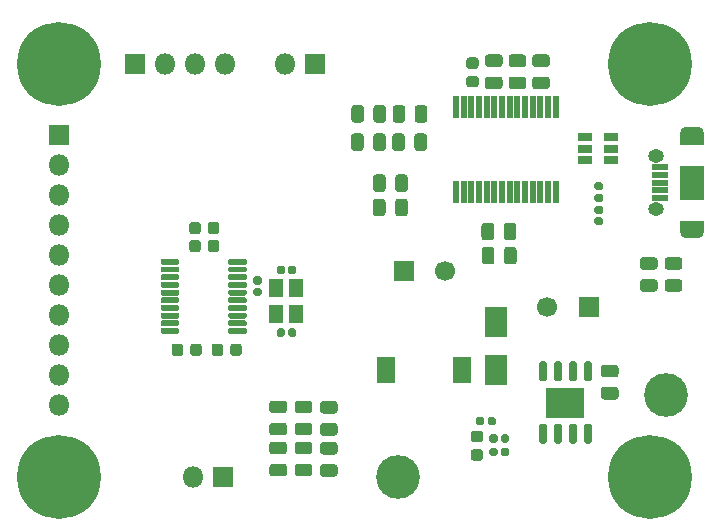
<source format=gbr>
%TF.GenerationSoftware,KiCad,Pcbnew,5.1.6*%
%TF.CreationDate,2021-04-04T19:37:59+02:00*%
%TF.ProjectId,teriyaki,74657269-7961-46b6-992e-6b696361645f,rev?*%
%TF.SameCoordinates,Original*%
%TF.FileFunction,Soldermask,Top*%
%TF.FilePolarity,Negative*%
%FSLAX46Y46*%
G04 Gerber Fmt 4.6, Leading zero omitted, Abs format (unit mm)*
G04 Created by KiCad (PCBNEW 5.1.6) date 2021-04-04 19:37:59*
%MOMM*%
%LPD*%
G01*
G04 APERTURE LIST*
%ADD10O,1.800000X1.800000*%
%ADD11R,1.800000X1.800000*%
%ADD12C,0.900000*%
%ADD13C,7.100000*%
%ADD14C,1.700000*%
%ADD15R,1.700000X1.700000*%
%ADD16R,1.900000X2.600000*%
%ADD17R,2.000000X0.975000*%
%ADD18R,2.000000X3.000000*%
%ADD19R,1.450000X0.500000*%
%ADD20O,2.000000X1.100000*%
%ADD21O,1.350000X1.150000*%
%ADD22R,1.600000X2.300000*%
%ADD23C,3.700000*%
%ADD24R,3.200000X2.510000*%
%ADD25R,0.550000X1.850000*%
%ADD26R,1.160000X0.750000*%
%ADD27R,1.300000X1.500000*%
G04 APERTURE END LIST*
D10*
%TO.C,J3*%
X92000000Y-118600000D03*
X92000000Y-116060000D03*
X92000000Y-113520000D03*
X92000000Y-110980000D03*
X92000000Y-108440000D03*
X92000000Y-105900000D03*
X92000000Y-103360000D03*
X92000000Y-100820000D03*
X92000000Y-98280000D03*
D11*
X92000000Y-95740000D03*
%TD*%
D10*
%TO.C,J4*%
X103300000Y-124700000D03*
D11*
X105840000Y-124700000D03*
%TD*%
%TO.C,U2*%
G36*
G01*
X102162500Y-112175000D02*
X102162500Y-112425000D01*
G75*
G02*
X102037500Y-112550000I-125000J0D01*
G01*
X100712500Y-112550000D01*
G75*
G02*
X100587500Y-112425000I0J125000D01*
G01*
X100587500Y-112175000D01*
G75*
G02*
X100712500Y-112050000I125000J0D01*
G01*
X102037500Y-112050000D01*
G75*
G02*
X102162500Y-112175000I0J-125000D01*
G01*
G37*
G36*
G01*
X102162500Y-111525000D02*
X102162500Y-111775000D01*
G75*
G02*
X102037500Y-111900000I-125000J0D01*
G01*
X100712500Y-111900000D01*
G75*
G02*
X100587500Y-111775000I0J125000D01*
G01*
X100587500Y-111525000D01*
G75*
G02*
X100712500Y-111400000I125000J0D01*
G01*
X102037500Y-111400000D01*
G75*
G02*
X102162500Y-111525000I0J-125000D01*
G01*
G37*
G36*
G01*
X102162500Y-110875000D02*
X102162500Y-111125000D01*
G75*
G02*
X102037500Y-111250000I-125000J0D01*
G01*
X100712500Y-111250000D01*
G75*
G02*
X100587500Y-111125000I0J125000D01*
G01*
X100587500Y-110875000D01*
G75*
G02*
X100712500Y-110750000I125000J0D01*
G01*
X102037500Y-110750000D01*
G75*
G02*
X102162500Y-110875000I0J-125000D01*
G01*
G37*
G36*
G01*
X102162500Y-110225000D02*
X102162500Y-110475000D01*
G75*
G02*
X102037500Y-110600000I-125000J0D01*
G01*
X100712500Y-110600000D01*
G75*
G02*
X100587500Y-110475000I0J125000D01*
G01*
X100587500Y-110225000D01*
G75*
G02*
X100712500Y-110100000I125000J0D01*
G01*
X102037500Y-110100000D01*
G75*
G02*
X102162500Y-110225000I0J-125000D01*
G01*
G37*
G36*
G01*
X102162500Y-109575000D02*
X102162500Y-109825000D01*
G75*
G02*
X102037500Y-109950000I-125000J0D01*
G01*
X100712500Y-109950000D01*
G75*
G02*
X100587500Y-109825000I0J125000D01*
G01*
X100587500Y-109575000D01*
G75*
G02*
X100712500Y-109450000I125000J0D01*
G01*
X102037500Y-109450000D01*
G75*
G02*
X102162500Y-109575000I0J-125000D01*
G01*
G37*
G36*
G01*
X102162500Y-108925000D02*
X102162500Y-109175000D01*
G75*
G02*
X102037500Y-109300000I-125000J0D01*
G01*
X100712500Y-109300000D01*
G75*
G02*
X100587500Y-109175000I0J125000D01*
G01*
X100587500Y-108925000D01*
G75*
G02*
X100712500Y-108800000I125000J0D01*
G01*
X102037500Y-108800000D01*
G75*
G02*
X102162500Y-108925000I0J-125000D01*
G01*
G37*
G36*
G01*
X102162500Y-108275000D02*
X102162500Y-108525000D01*
G75*
G02*
X102037500Y-108650000I-125000J0D01*
G01*
X100712500Y-108650000D01*
G75*
G02*
X100587500Y-108525000I0J125000D01*
G01*
X100587500Y-108275000D01*
G75*
G02*
X100712500Y-108150000I125000J0D01*
G01*
X102037500Y-108150000D01*
G75*
G02*
X102162500Y-108275000I0J-125000D01*
G01*
G37*
G36*
G01*
X102162500Y-107625000D02*
X102162500Y-107875000D01*
G75*
G02*
X102037500Y-108000000I-125000J0D01*
G01*
X100712500Y-108000000D01*
G75*
G02*
X100587500Y-107875000I0J125000D01*
G01*
X100587500Y-107625000D01*
G75*
G02*
X100712500Y-107500000I125000J0D01*
G01*
X102037500Y-107500000D01*
G75*
G02*
X102162500Y-107625000I0J-125000D01*
G01*
G37*
G36*
G01*
X102162500Y-106975000D02*
X102162500Y-107225000D01*
G75*
G02*
X102037500Y-107350000I-125000J0D01*
G01*
X100712500Y-107350000D01*
G75*
G02*
X100587500Y-107225000I0J125000D01*
G01*
X100587500Y-106975000D01*
G75*
G02*
X100712500Y-106850000I125000J0D01*
G01*
X102037500Y-106850000D01*
G75*
G02*
X102162500Y-106975000I0J-125000D01*
G01*
G37*
G36*
G01*
X102162500Y-106325000D02*
X102162500Y-106575000D01*
G75*
G02*
X102037500Y-106700000I-125000J0D01*
G01*
X100712500Y-106700000D01*
G75*
G02*
X100587500Y-106575000I0J125000D01*
G01*
X100587500Y-106325000D01*
G75*
G02*
X100712500Y-106200000I125000J0D01*
G01*
X102037500Y-106200000D01*
G75*
G02*
X102162500Y-106325000I0J-125000D01*
G01*
G37*
G36*
G01*
X107887500Y-106325000D02*
X107887500Y-106575000D01*
G75*
G02*
X107762500Y-106700000I-125000J0D01*
G01*
X106437500Y-106700000D01*
G75*
G02*
X106312500Y-106575000I0J125000D01*
G01*
X106312500Y-106325000D01*
G75*
G02*
X106437500Y-106200000I125000J0D01*
G01*
X107762500Y-106200000D01*
G75*
G02*
X107887500Y-106325000I0J-125000D01*
G01*
G37*
G36*
G01*
X107887500Y-106975000D02*
X107887500Y-107225000D01*
G75*
G02*
X107762500Y-107350000I-125000J0D01*
G01*
X106437500Y-107350000D01*
G75*
G02*
X106312500Y-107225000I0J125000D01*
G01*
X106312500Y-106975000D01*
G75*
G02*
X106437500Y-106850000I125000J0D01*
G01*
X107762500Y-106850000D01*
G75*
G02*
X107887500Y-106975000I0J-125000D01*
G01*
G37*
G36*
G01*
X107887500Y-107625000D02*
X107887500Y-107875000D01*
G75*
G02*
X107762500Y-108000000I-125000J0D01*
G01*
X106437500Y-108000000D01*
G75*
G02*
X106312500Y-107875000I0J125000D01*
G01*
X106312500Y-107625000D01*
G75*
G02*
X106437500Y-107500000I125000J0D01*
G01*
X107762500Y-107500000D01*
G75*
G02*
X107887500Y-107625000I0J-125000D01*
G01*
G37*
G36*
G01*
X107887500Y-108275000D02*
X107887500Y-108525000D01*
G75*
G02*
X107762500Y-108650000I-125000J0D01*
G01*
X106437500Y-108650000D01*
G75*
G02*
X106312500Y-108525000I0J125000D01*
G01*
X106312500Y-108275000D01*
G75*
G02*
X106437500Y-108150000I125000J0D01*
G01*
X107762500Y-108150000D01*
G75*
G02*
X107887500Y-108275000I0J-125000D01*
G01*
G37*
G36*
G01*
X107887500Y-108925000D02*
X107887500Y-109175000D01*
G75*
G02*
X107762500Y-109300000I-125000J0D01*
G01*
X106437500Y-109300000D01*
G75*
G02*
X106312500Y-109175000I0J125000D01*
G01*
X106312500Y-108925000D01*
G75*
G02*
X106437500Y-108800000I125000J0D01*
G01*
X107762500Y-108800000D01*
G75*
G02*
X107887500Y-108925000I0J-125000D01*
G01*
G37*
G36*
G01*
X107887500Y-109575000D02*
X107887500Y-109825000D01*
G75*
G02*
X107762500Y-109950000I-125000J0D01*
G01*
X106437500Y-109950000D01*
G75*
G02*
X106312500Y-109825000I0J125000D01*
G01*
X106312500Y-109575000D01*
G75*
G02*
X106437500Y-109450000I125000J0D01*
G01*
X107762500Y-109450000D01*
G75*
G02*
X107887500Y-109575000I0J-125000D01*
G01*
G37*
G36*
G01*
X107887500Y-110225000D02*
X107887500Y-110475000D01*
G75*
G02*
X107762500Y-110600000I-125000J0D01*
G01*
X106437500Y-110600000D01*
G75*
G02*
X106312500Y-110475000I0J125000D01*
G01*
X106312500Y-110225000D01*
G75*
G02*
X106437500Y-110100000I125000J0D01*
G01*
X107762500Y-110100000D01*
G75*
G02*
X107887500Y-110225000I0J-125000D01*
G01*
G37*
G36*
G01*
X107887500Y-110875000D02*
X107887500Y-111125000D01*
G75*
G02*
X107762500Y-111250000I-125000J0D01*
G01*
X106437500Y-111250000D01*
G75*
G02*
X106312500Y-111125000I0J125000D01*
G01*
X106312500Y-110875000D01*
G75*
G02*
X106437500Y-110750000I125000J0D01*
G01*
X107762500Y-110750000D01*
G75*
G02*
X107887500Y-110875000I0J-125000D01*
G01*
G37*
G36*
G01*
X107887500Y-111525000D02*
X107887500Y-111775000D01*
G75*
G02*
X107762500Y-111900000I-125000J0D01*
G01*
X106437500Y-111900000D01*
G75*
G02*
X106312500Y-111775000I0J125000D01*
G01*
X106312500Y-111525000D01*
G75*
G02*
X106437500Y-111400000I125000J0D01*
G01*
X107762500Y-111400000D01*
G75*
G02*
X107887500Y-111525000I0J-125000D01*
G01*
G37*
G36*
G01*
X107887500Y-112175000D02*
X107887500Y-112425000D01*
G75*
G02*
X107762500Y-112550000I-125000J0D01*
G01*
X106437500Y-112550000D01*
G75*
G02*
X106312500Y-112425000I0J125000D01*
G01*
X106312500Y-112175000D01*
G75*
G02*
X106437500Y-112050000I125000J0D01*
G01*
X107762500Y-112050000D01*
G75*
G02*
X107887500Y-112175000I0J-125000D01*
G01*
G37*
%TD*%
D12*
%TO.C,H3*%
X93856155Y-122843845D03*
X92000000Y-122075000D03*
X90143845Y-122843845D03*
X89375000Y-124700000D03*
X90143845Y-126556155D03*
X92000000Y-127325000D03*
X93856155Y-126556155D03*
X94625000Y-124700000D03*
D13*
X92000000Y-124700000D03*
%TD*%
D12*
%TO.C,H4*%
X143856155Y-87843845D03*
X142000000Y-87075000D03*
X140143845Y-87843845D03*
X139375000Y-89700000D03*
X140143845Y-91556155D03*
X142000000Y-92325000D03*
X143856155Y-91556155D03*
X144625000Y-89700000D03*
D13*
X142000000Y-89700000D03*
%TD*%
D12*
%TO.C,H2*%
X93856155Y-87843845D03*
X92000000Y-87075000D03*
X90143845Y-87843845D03*
X89375000Y-89700000D03*
X90143845Y-91556155D03*
X92000000Y-92325000D03*
X93856155Y-91556155D03*
X94625000Y-89700000D03*
D13*
X92000000Y-89700000D03*
%TD*%
D12*
%TO.C,H1*%
X143856155Y-122843845D03*
X142000000Y-122075000D03*
X140143845Y-122843845D03*
X139375000Y-124700000D03*
X140143845Y-126556155D03*
X142000000Y-127325000D03*
X143856155Y-126556155D03*
X144625000Y-124700000D03*
D13*
X142000000Y-124700000D03*
%TD*%
%TO.C,C1*%
G36*
G01*
X131281250Y-89962500D02*
X130318750Y-89962500D01*
G75*
G02*
X130050000Y-89693750I0J268750D01*
G01*
X130050000Y-89156250D01*
G75*
G02*
X130318750Y-88887500I268750J0D01*
G01*
X131281250Y-88887500D01*
G75*
G02*
X131550000Y-89156250I0J-268750D01*
G01*
X131550000Y-89693750D01*
G75*
G02*
X131281250Y-89962500I-268750J0D01*
G01*
G37*
G36*
G01*
X131281250Y-91837500D02*
X130318750Y-91837500D01*
G75*
G02*
X130050000Y-91568750I0J268750D01*
G01*
X130050000Y-91031250D01*
G75*
G02*
X130318750Y-90762500I268750J0D01*
G01*
X131281250Y-90762500D01*
G75*
G02*
X131550000Y-91031250I0J-268750D01*
G01*
X131550000Y-91568750D01*
G75*
G02*
X131281250Y-91837500I-268750J0D01*
G01*
G37*
%TD*%
D14*
%TO.C,C2*%
X133350000Y-110236000D03*
D15*
X136850000Y-110236000D03*
%TD*%
%TO.C,C3*%
G36*
G01*
X129281250Y-89962500D02*
X128318750Y-89962500D01*
G75*
G02*
X128050000Y-89693750I0J268750D01*
G01*
X128050000Y-89156250D01*
G75*
G02*
X128318750Y-88887500I268750J0D01*
G01*
X129281250Y-88887500D01*
G75*
G02*
X129550000Y-89156250I0J-268750D01*
G01*
X129550000Y-89693750D01*
G75*
G02*
X129281250Y-89962500I-268750J0D01*
G01*
G37*
G36*
G01*
X129281250Y-91837500D02*
X128318750Y-91837500D01*
G75*
G02*
X128050000Y-91568750I0J268750D01*
G01*
X128050000Y-91031250D01*
G75*
G02*
X128318750Y-90762500I268750J0D01*
G01*
X129281250Y-90762500D01*
G75*
G02*
X129550000Y-91031250I0J-268750D01*
G01*
X129550000Y-91568750D01*
G75*
G02*
X129281250Y-91837500I-268750J0D01*
G01*
G37*
%TD*%
%TO.C,C4*%
G36*
G01*
X138139250Y-117034500D02*
X139101750Y-117034500D01*
G75*
G02*
X139370500Y-117303250I0J-268750D01*
G01*
X139370500Y-117840750D01*
G75*
G02*
X139101750Y-118109500I-268750J0D01*
G01*
X138139250Y-118109500D01*
G75*
G02*
X137870500Y-117840750I0J268750D01*
G01*
X137870500Y-117303250D01*
G75*
G02*
X138139250Y-117034500I268750J0D01*
G01*
G37*
G36*
G01*
X138139250Y-115159500D02*
X139101750Y-115159500D01*
G75*
G02*
X139370500Y-115428250I0J-268750D01*
G01*
X139370500Y-115965750D01*
G75*
G02*
X139101750Y-116234500I-268750J0D01*
G01*
X138139250Y-116234500D01*
G75*
G02*
X137870500Y-115965750I0J268750D01*
G01*
X137870500Y-115428250D01*
G75*
G02*
X138139250Y-115159500I268750J0D01*
G01*
G37*
%TD*%
%TO.C,C5*%
G36*
G01*
X127281250Y-90112500D02*
X126718750Y-90112500D01*
G75*
G02*
X126475000Y-89868750I0J243750D01*
G01*
X126475000Y-89381250D01*
G75*
G02*
X126718750Y-89137500I243750J0D01*
G01*
X127281250Y-89137500D01*
G75*
G02*
X127525000Y-89381250I0J-243750D01*
G01*
X127525000Y-89868750D01*
G75*
G02*
X127281250Y-90112500I-243750J0D01*
G01*
G37*
G36*
G01*
X127281250Y-91687500D02*
X126718750Y-91687500D01*
G75*
G02*
X126475000Y-91443750I0J243750D01*
G01*
X126475000Y-90956250D01*
G75*
G02*
X126718750Y-90712500I243750J0D01*
G01*
X127281250Y-90712500D01*
G75*
G02*
X127525000Y-90956250I0J-243750D01*
G01*
X127525000Y-91443750D01*
G75*
G02*
X127281250Y-91687500I-243750J0D01*
G01*
G37*
%TD*%
%TO.C,C6*%
G36*
G01*
X133281250Y-89962500D02*
X132318750Y-89962500D01*
G75*
G02*
X132050000Y-89693750I0J268750D01*
G01*
X132050000Y-89156250D01*
G75*
G02*
X132318750Y-88887500I268750J0D01*
G01*
X133281250Y-88887500D01*
G75*
G02*
X133550000Y-89156250I0J-268750D01*
G01*
X133550000Y-89693750D01*
G75*
G02*
X133281250Y-89962500I-268750J0D01*
G01*
G37*
G36*
G01*
X133281250Y-91837500D02*
X132318750Y-91837500D01*
G75*
G02*
X132050000Y-91568750I0J268750D01*
G01*
X132050000Y-91031250D01*
G75*
G02*
X132318750Y-90762500I268750J0D01*
G01*
X133281250Y-90762500D01*
G75*
G02*
X133550000Y-91031250I0J-268750D01*
G01*
X133550000Y-91568750D01*
G75*
G02*
X133281250Y-91837500I-268750J0D01*
G01*
G37*
%TD*%
D14*
%TO.C,C7*%
X124700000Y-107200000D03*
D15*
X121200000Y-107200000D03*
%TD*%
%TO.C,C8*%
G36*
G01*
X111110000Y-112252500D02*
X111110000Y-112647500D01*
G75*
G02*
X110937500Y-112820000I-172500J0D01*
G01*
X110592500Y-112820000D01*
G75*
G02*
X110420000Y-112647500I0J172500D01*
G01*
X110420000Y-112252500D01*
G75*
G02*
X110592500Y-112080000I172500J0D01*
G01*
X110937500Y-112080000D01*
G75*
G02*
X111110000Y-112252500I0J-172500D01*
G01*
G37*
G36*
G01*
X112080000Y-112252500D02*
X112080000Y-112647500D01*
G75*
G02*
X111907500Y-112820000I-172500J0D01*
G01*
X111562500Y-112820000D01*
G75*
G02*
X111390000Y-112647500I0J172500D01*
G01*
X111390000Y-112252500D01*
G75*
G02*
X111562500Y-112080000I172500J0D01*
G01*
X111907500Y-112080000D01*
G75*
G02*
X112080000Y-112252500I0J-172500D01*
G01*
G37*
%TD*%
%TO.C,C9*%
G36*
G01*
X111390000Y-107347500D02*
X111390000Y-106952500D01*
G75*
G02*
X111562500Y-106780000I172500J0D01*
G01*
X111907500Y-106780000D01*
G75*
G02*
X112080000Y-106952500I0J-172500D01*
G01*
X112080000Y-107347500D01*
G75*
G02*
X111907500Y-107520000I-172500J0D01*
G01*
X111562500Y-107520000D01*
G75*
G02*
X111390000Y-107347500I0J172500D01*
G01*
G37*
G36*
G01*
X110420000Y-107347500D02*
X110420000Y-106952500D01*
G75*
G02*
X110592500Y-106780000I172500J0D01*
G01*
X110937500Y-106780000D01*
G75*
G02*
X111110000Y-106952500I0J-172500D01*
G01*
X111110000Y-107347500D01*
G75*
G02*
X110937500Y-107520000I-172500J0D01*
G01*
X110592500Y-107520000D01*
G75*
G02*
X110420000Y-107347500I0J172500D01*
G01*
G37*
%TD*%
%TO.C,C10*%
G36*
G01*
X127660650Y-121716100D02*
X127098150Y-121716100D01*
G75*
G02*
X126854400Y-121472350I0J243750D01*
G01*
X126854400Y-120984850D01*
G75*
G02*
X127098150Y-120741100I243750J0D01*
G01*
X127660650Y-120741100D01*
G75*
G02*
X127904400Y-120984850I0J-243750D01*
G01*
X127904400Y-121472350D01*
G75*
G02*
X127660650Y-121716100I-243750J0D01*
G01*
G37*
G36*
G01*
X127660650Y-123291100D02*
X127098150Y-123291100D01*
G75*
G02*
X126854400Y-123047350I0J243750D01*
G01*
X126854400Y-122559850D01*
G75*
G02*
X127098150Y-122316100I243750J0D01*
G01*
X127660650Y-122316100D01*
G75*
G02*
X127904400Y-122559850I0J-243750D01*
G01*
X127904400Y-123047350D01*
G75*
G02*
X127660650Y-123291100I-243750J0D01*
G01*
G37*
%TD*%
%TO.C,C11*%
G36*
G01*
X103987500Y-104846750D02*
X103987500Y-105409250D01*
G75*
G02*
X103743750Y-105653000I-243750J0D01*
G01*
X103256250Y-105653000D01*
G75*
G02*
X103012500Y-105409250I0J243750D01*
G01*
X103012500Y-104846750D01*
G75*
G02*
X103256250Y-104603000I243750J0D01*
G01*
X103743750Y-104603000D01*
G75*
G02*
X103987500Y-104846750I0J-243750D01*
G01*
G37*
G36*
G01*
X105562500Y-104846750D02*
X105562500Y-105409250D01*
G75*
G02*
X105318750Y-105653000I-243750J0D01*
G01*
X104831250Y-105653000D01*
G75*
G02*
X104587500Y-105409250I0J243750D01*
G01*
X104587500Y-104846750D01*
G75*
G02*
X104831250Y-104603000I243750J0D01*
G01*
X105318750Y-104603000D01*
G75*
G02*
X105562500Y-104846750I0J-243750D01*
G01*
G37*
%TD*%
%TO.C,C12*%
G36*
G01*
X103987500Y-103318750D02*
X103987500Y-103881250D01*
G75*
G02*
X103743750Y-104125000I-243750J0D01*
G01*
X103256250Y-104125000D01*
G75*
G02*
X103012500Y-103881250I0J243750D01*
G01*
X103012500Y-103318750D01*
G75*
G02*
X103256250Y-103075000I243750J0D01*
G01*
X103743750Y-103075000D01*
G75*
G02*
X103987500Y-103318750I0J-243750D01*
G01*
G37*
G36*
G01*
X105562500Y-103318750D02*
X105562500Y-103881250D01*
G75*
G02*
X105318750Y-104125000I-243750J0D01*
G01*
X104831250Y-104125000D01*
G75*
G02*
X104587500Y-103881250I0J243750D01*
G01*
X104587500Y-103318750D01*
G75*
G02*
X104831250Y-103075000I243750J0D01*
G01*
X105318750Y-103075000D01*
G75*
G02*
X105562500Y-103318750I0J-243750D01*
G01*
G37*
%TD*%
D16*
%TO.C,D1*%
X129032000Y-111570000D03*
X129032000Y-115570000D03*
%TD*%
D17*
%TO.C,J1*%
X145550000Y-103487500D03*
X145550000Y-96012500D03*
D18*
X145550000Y-99750000D03*
D19*
X142875000Y-99100000D03*
D20*
X145550000Y-95575000D03*
X145550000Y-103925000D03*
D21*
X142550000Y-97525000D03*
D19*
X142875000Y-98450000D03*
X142875000Y-99750000D03*
X142875000Y-100400000D03*
X142875000Y-101050000D03*
D21*
X142550000Y-101975000D03*
%TD*%
D10*
%TO.C,J2*%
X111120000Y-89680000D03*
D11*
X113660000Y-89680000D03*
%TD*%
D10*
%TO.C,J_SWIM1*%
X106035000Y-89700000D03*
X103495000Y-89700000D03*
X100955000Y-89700000D03*
D11*
X98415000Y-89700000D03*
%TD*%
D22*
%TO.C,L1*%
X119711000Y-115570000D03*
X126111000Y-115570000D03*
%TD*%
%TO.C,LED1*%
G36*
G01*
X115321250Y-119302500D02*
X114358750Y-119302500D01*
G75*
G02*
X114090000Y-119033750I0J268750D01*
G01*
X114090000Y-118496250D01*
G75*
G02*
X114358750Y-118227500I268750J0D01*
G01*
X115321250Y-118227500D01*
G75*
G02*
X115590000Y-118496250I0J-268750D01*
G01*
X115590000Y-119033750D01*
G75*
G02*
X115321250Y-119302500I-268750J0D01*
G01*
G37*
G36*
G01*
X115321250Y-121177500D02*
X114358750Y-121177500D01*
G75*
G02*
X114090000Y-120908750I0J268750D01*
G01*
X114090000Y-120371250D01*
G75*
G02*
X114358750Y-120102500I268750J0D01*
G01*
X115321250Y-120102500D01*
G75*
G02*
X115590000Y-120371250I0J-268750D01*
G01*
X115590000Y-120908750D01*
G75*
G02*
X115321250Y-121177500I-268750J0D01*
G01*
G37*
%TD*%
%TO.C,LED2*%
G36*
G01*
X111031250Y-119272500D02*
X110068750Y-119272500D01*
G75*
G02*
X109800000Y-119003750I0J268750D01*
G01*
X109800000Y-118466250D01*
G75*
G02*
X110068750Y-118197500I268750J0D01*
G01*
X111031250Y-118197500D01*
G75*
G02*
X111300000Y-118466250I0J-268750D01*
G01*
X111300000Y-119003750D01*
G75*
G02*
X111031250Y-119272500I-268750J0D01*
G01*
G37*
G36*
G01*
X111031250Y-121147500D02*
X110068750Y-121147500D01*
G75*
G02*
X109800000Y-120878750I0J268750D01*
G01*
X109800000Y-120341250D01*
G75*
G02*
X110068750Y-120072500I268750J0D01*
G01*
X111031250Y-120072500D01*
G75*
G02*
X111300000Y-120341250I0J-268750D01*
G01*
X111300000Y-120878750D01*
G75*
G02*
X111031250Y-121147500I-268750J0D01*
G01*
G37*
%TD*%
%TO.C,LED3*%
G36*
G01*
X113171250Y-119272500D02*
X112208750Y-119272500D01*
G75*
G02*
X111940000Y-119003750I0J268750D01*
G01*
X111940000Y-118466250D01*
G75*
G02*
X112208750Y-118197500I268750J0D01*
G01*
X113171250Y-118197500D01*
G75*
G02*
X113440000Y-118466250I0J-268750D01*
G01*
X113440000Y-119003750D01*
G75*
G02*
X113171250Y-119272500I-268750J0D01*
G01*
G37*
G36*
G01*
X113171250Y-121147500D02*
X112208750Y-121147500D01*
G75*
G02*
X111940000Y-120878750I0J268750D01*
G01*
X111940000Y-120341250D01*
G75*
G02*
X112208750Y-120072500I268750J0D01*
G01*
X113171250Y-120072500D01*
G75*
G02*
X113440000Y-120341250I0J-268750D01*
G01*
X113440000Y-120878750D01*
G75*
G02*
X113171250Y-121147500I-268750J0D01*
G01*
G37*
%TD*%
%TO.C,LED_3V31*%
G36*
G01*
X129637500Y-104367250D02*
X129637500Y-103404750D01*
G75*
G02*
X129906250Y-103136000I268750J0D01*
G01*
X130443750Y-103136000D01*
G75*
G02*
X130712500Y-103404750I0J-268750D01*
G01*
X130712500Y-104367250D01*
G75*
G02*
X130443750Y-104636000I-268750J0D01*
G01*
X129906250Y-104636000D01*
G75*
G02*
X129637500Y-104367250I0J268750D01*
G01*
G37*
G36*
G01*
X127762500Y-104367250D02*
X127762500Y-103404750D01*
G75*
G02*
X128031250Y-103136000I268750J0D01*
G01*
X128568750Y-103136000D01*
G75*
G02*
X128837500Y-103404750I0J-268750D01*
G01*
X128837500Y-104367250D01*
G75*
G02*
X128568750Y-104636000I-268750J0D01*
G01*
X128031250Y-104636000D01*
G75*
G02*
X127762500Y-104367250I0J268750D01*
G01*
G37*
%TD*%
%TO.C,LED_5V1*%
G36*
G01*
X141436150Y-107924300D02*
X142398650Y-107924300D01*
G75*
G02*
X142667400Y-108193050I0J-268750D01*
G01*
X142667400Y-108730550D01*
G75*
G02*
X142398650Y-108999300I-268750J0D01*
G01*
X141436150Y-108999300D01*
G75*
G02*
X141167400Y-108730550I0J268750D01*
G01*
X141167400Y-108193050D01*
G75*
G02*
X141436150Y-107924300I268750J0D01*
G01*
G37*
G36*
G01*
X141436150Y-106049300D02*
X142398650Y-106049300D01*
G75*
G02*
X142667400Y-106318050I0J-268750D01*
G01*
X142667400Y-106855550D01*
G75*
G02*
X142398650Y-107124300I-268750J0D01*
G01*
X141436150Y-107124300D01*
G75*
G02*
X141167400Y-106855550I0J268750D01*
G01*
X141167400Y-106318050D01*
G75*
G02*
X141436150Y-106049300I268750J0D01*
G01*
G37*
%TD*%
%TO.C,LED_RX1*%
G36*
G01*
X118582700Y-96806850D02*
X118582700Y-95844350D01*
G75*
G02*
X118851450Y-95575600I268750J0D01*
G01*
X119388950Y-95575600D01*
G75*
G02*
X119657700Y-95844350I0J-268750D01*
G01*
X119657700Y-96806850D01*
G75*
G02*
X119388950Y-97075600I-268750J0D01*
G01*
X118851450Y-97075600D01*
G75*
G02*
X118582700Y-96806850I0J268750D01*
G01*
G37*
G36*
G01*
X116707700Y-96806850D02*
X116707700Y-95844350D01*
G75*
G02*
X116976450Y-95575600I268750J0D01*
G01*
X117513950Y-95575600D01*
G75*
G02*
X117782700Y-95844350I0J-268750D01*
G01*
X117782700Y-96806850D01*
G75*
G02*
X117513950Y-97075600I-268750J0D01*
G01*
X116976450Y-97075600D01*
G75*
G02*
X116707700Y-96806850I0J268750D01*
G01*
G37*
%TD*%
%TO.C,LED_TX1*%
G36*
G01*
X118607700Y-94406850D02*
X118607700Y-93444350D01*
G75*
G02*
X118876450Y-93175600I268750J0D01*
G01*
X119413950Y-93175600D01*
G75*
G02*
X119682700Y-93444350I0J-268750D01*
G01*
X119682700Y-94406850D01*
G75*
G02*
X119413950Y-94675600I-268750J0D01*
G01*
X118876450Y-94675600D01*
G75*
G02*
X118607700Y-94406850I0J268750D01*
G01*
G37*
G36*
G01*
X116732700Y-94406850D02*
X116732700Y-93444350D01*
G75*
G02*
X117001450Y-93175600I268750J0D01*
G01*
X117538950Y-93175600D01*
G75*
G02*
X117807700Y-93444350I0J-268750D01*
G01*
X117807700Y-94406850D01*
G75*
G02*
X117538950Y-94675600I-268750J0D01*
G01*
X117001450Y-94675600D01*
G75*
G02*
X116732700Y-94406850I0J268750D01*
G01*
G37*
%TD*%
%TO.C,R1*%
G36*
G01*
X137892300Y-100405400D02*
X137497300Y-100405400D01*
G75*
G02*
X137324800Y-100232900I0J172500D01*
G01*
X137324800Y-99887900D01*
G75*
G02*
X137497300Y-99715400I172500J0D01*
G01*
X137892300Y-99715400D01*
G75*
G02*
X138064800Y-99887900I0J-172500D01*
G01*
X138064800Y-100232900D01*
G75*
G02*
X137892300Y-100405400I-172500J0D01*
G01*
G37*
G36*
G01*
X137892300Y-101375400D02*
X137497300Y-101375400D01*
G75*
G02*
X137324800Y-101202900I0J172500D01*
G01*
X137324800Y-100857900D01*
G75*
G02*
X137497300Y-100685400I172500J0D01*
G01*
X137892300Y-100685400D01*
G75*
G02*
X138064800Y-100857900I0J-172500D01*
G01*
X138064800Y-101202900D01*
G75*
G02*
X137892300Y-101375400I-172500J0D01*
G01*
G37*
%TD*%
%TO.C,R2*%
G36*
G01*
X137892300Y-102390400D02*
X137497300Y-102390400D01*
G75*
G02*
X137324800Y-102217900I0J172500D01*
G01*
X137324800Y-101872900D01*
G75*
G02*
X137497300Y-101700400I172500J0D01*
G01*
X137892300Y-101700400D01*
G75*
G02*
X138064800Y-101872900I0J-172500D01*
G01*
X138064800Y-102217900D01*
G75*
G02*
X137892300Y-102390400I-172500J0D01*
G01*
G37*
G36*
G01*
X137892300Y-103360400D02*
X137497300Y-103360400D01*
G75*
G02*
X137324800Y-103187900I0J172500D01*
G01*
X137324800Y-102842900D01*
G75*
G02*
X137497300Y-102670400I172500J0D01*
G01*
X137892300Y-102670400D01*
G75*
G02*
X138064800Y-102842900I0J-172500D01*
G01*
X138064800Y-103187900D01*
G75*
G02*
X137892300Y-103360400I-172500J0D01*
G01*
G37*
%TD*%
%TO.C,R3*%
G36*
G01*
X120450000Y-100281250D02*
X120450000Y-99318750D01*
G75*
G02*
X120718750Y-99050000I268750J0D01*
G01*
X121256250Y-99050000D01*
G75*
G02*
X121525000Y-99318750I0J-268750D01*
G01*
X121525000Y-100281250D01*
G75*
G02*
X121256250Y-100550000I-268750J0D01*
G01*
X120718750Y-100550000D01*
G75*
G02*
X120450000Y-100281250I0J268750D01*
G01*
G37*
G36*
G01*
X118575000Y-100281250D02*
X118575000Y-99318750D01*
G75*
G02*
X118843750Y-99050000I268750J0D01*
G01*
X119381250Y-99050000D01*
G75*
G02*
X119650000Y-99318750I0J-268750D01*
G01*
X119650000Y-100281250D01*
G75*
G02*
X119381250Y-100550000I-268750J0D01*
G01*
X118843750Y-100550000D01*
G75*
G02*
X118575000Y-100281250I0J268750D01*
G01*
G37*
%TD*%
%TO.C,R4*%
G36*
G01*
X120437500Y-102331250D02*
X120437500Y-101368750D01*
G75*
G02*
X120706250Y-101100000I268750J0D01*
G01*
X121243750Y-101100000D01*
G75*
G02*
X121512500Y-101368750I0J-268750D01*
G01*
X121512500Y-102331250D01*
G75*
G02*
X121243750Y-102600000I-268750J0D01*
G01*
X120706250Y-102600000D01*
G75*
G02*
X120437500Y-102331250I0J268750D01*
G01*
G37*
G36*
G01*
X118562500Y-102331250D02*
X118562500Y-101368750D01*
G75*
G02*
X118831250Y-101100000I268750J0D01*
G01*
X119368750Y-101100000D01*
G75*
G02*
X119637500Y-101368750I0J-268750D01*
G01*
X119637500Y-102331250D01*
G75*
G02*
X119368750Y-102600000I-268750J0D01*
G01*
X118831250Y-102600000D01*
G75*
G02*
X118562500Y-102331250I0J268750D01*
G01*
G37*
%TD*%
%TO.C,R5*%
G36*
G01*
X121307700Y-93444350D02*
X121307700Y-94406850D01*
G75*
G02*
X121038950Y-94675600I-268750J0D01*
G01*
X120501450Y-94675600D01*
G75*
G02*
X120232700Y-94406850I0J268750D01*
G01*
X120232700Y-93444350D01*
G75*
G02*
X120501450Y-93175600I268750J0D01*
G01*
X121038950Y-93175600D01*
G75*
G02*
X121307700Y-93444350I0J-268750D01*
G01*
G37*
G36*
G01*
X123182700Y-93444350D02*
X123182700Y-94406850D01*
G75*
G02*
X122913950Y-94675600I-268750J0D01*
G01*
X122376450Y-94675600D01*
G75*
G02*
X122107700Y-94406850I0J268750D01*
G01*
X122107700Y-93444350D01*
G75*
G02*
X122376450Y-93175600I268750J0D01*
G01*
X122913950Y-93175600D01*
G75*
G02*
X123182700Y-93444350I0J-268750D01*
G01*
G37*
%TD*%
%TO.C,R6*%
G36*
G01*
X121282700Y-95844350D02*
X121282700Y-96806850D01*
G75*
G02*
X121013950Y-97075600I-268750J0D01*
G01*
X120476450Y-97075600D01*
G75*
G02*
X120207700Y-96806850I0J268750D01*
G01*
X120207700Y-95844350D01*
G75*
G02*
X120476450Y-95575600I268750J0D01*
G01*
X121013950Y-95575600D01*
G75*
G02*
X121282700Y-95844350I0J-268750D01*
G01*
G37*
G36*
G01*
X123157700Y-95844350D02*
X123157700Y-96806850D01*
G75*
G02*
X122888950Y-97075600I-268750J0D01*
G01*
X122351450Y-97075600D01*
G75*
G02*
X122082700Y-96806850I0J268750D01*
G01*
X122082700Y-95844350D01*
G75*
G02*
X122351450Y-95575600I268750J0D01*
G01*
X122888950Y-95575600D01*
G75*
G02*
X123157700Y-95844350I0J-268750D01*
G01*
G37*
%TD*%
%TO.C,R7*%
G36*
G01*
X114358750Y-123577500D02*
X115321250Y-123577500D01*
G75*
G02*
X115590000Y-123846250I0J-268750D01*
G01*
X115590000Y-124383750D01*
G75*
G02*
X115321250Y-124652500I-268750J0D01*
G01*
X114358750Y-124652500D01*
G75*
G02*
X114090000Y-124383750I0J268750D01*
G01*
X114090000Y-123846250D01*
G75*
G02*
X114358750Y-123577500I268750J0D01*
G01*
G37*
G36*
G01*
X114358750Y-121702500D02*
X115321250Y-121702500D01*
G75*
G02*
X115590000Y-121971250I0J-268750D01*
G01*
X115590000Y-122508750D01*
G75*
G02*
X115321250Y-122777500I-268750J0D01*
G01*
X114358750Y-122777500D01*
G75*
G02*
X114090000Y-122508750I0J268750D01*
G01*
X114090000Y-121971250D01*
G75*
G02*
X114358750Y-121702500I268750J0D01*
G01*
G37*
%TD*%
%TO.C,R8*%
G36*
G01*
X129401400Y-122747100D02*
X129401400Y-122352100D01*
G75*
G02*
X129573900Y-122179600I172500J0D01*
G01*
X129918900Y-122179600D01*
G75*
G02*
X130091400Y-122352100I0J-172500D01*
G01*
X130091400Y-122747100D01*
G75*
G02*
X129918900Y-122919600I-172500J0D01*
G01*
X129573900Y-122919600D01*
G75*
G02*
X129401400Y-122747100I0J172500D01*
G01*
G37*
G36*
G01*
X128431400Y-122747100D02*
X128431400Y-122352100D01*
G75*
G02*
X128603900Y-122179600I172500J0D01*
G01*
X128948900Y-122179600D01*
G75*
G02*
X129121400Y-122352100I0J-172500D01*
G01*
X129121400Y-122747100D01*
G75*
G02*
X128948900Y-122919600I-172500J0D01*
G01*
X128603900Y-122919600D01*
G75*
G02*
X128431400Y-122747100I0J172500D01*
G01*
G37*
%TD*%
%TO.C,R9*%
G36*
G01*
X129121400Y-121209100D02*
X129121400Y-121604100D01*
G75*
G02*
X128948900Y-121776600I-172500J0D01*
G01*
X128603900Y-121776600D01*
G75*
G02*
X128431400Y-121604100I0J172500D01*
G01*
X128431400Y-121209100D01*
G75*
G02*
X128603900Y-121036600I172500J0D01*
G01*
X128948900Y-121036600D01*
G75*
G02*
X129121400Y-121209100I0J-172500D01*
G01*
G37*
G36*
G01*
X130091400Y-121209100D02*
X130091400Y-121604100D01*
G75*
G02*
X129918900Y-121776600I-172500J0D01*
G01*
X129573900Y-121776600D01*
G75*
G02*
X129401400Y-121604100I0J172500D01*
G01*
X129401400Y-121209100D01*
G75*
G02*
X129573900Y-121036600I172500J0D01*
G01*
X129918900Y-121036600D01*
G75*
G02*
X130091400Y-121209100I0J-172500D01*
G01*
G37*
%TD*%
%TO.C,R10*%
G36*
G01*
X127999000Y-119735900D02*
X127999000Y-120130900D01*
G75*
G02*
X127826500Y-120303400I-172500J0D01*
G01*
X127481500Y-120303400D01*
G75*
G02*
X127309000Y-120130900I0J172500D01*
G01*
X127309000Y-119735900D01*
G75*
G02*
X127481500Y-119563400I172500J0D01*
G01*
X127826500Y-119563400D01*
G75*
G02*
X127999000Y-119735900I0J-172500D01*
G01*
G37*
G36*
G01*
X128969000Y-119735900D02*
X128969000Y-120130900D01*
G75*
G02*
X128796500Y-120303400I-172500J0D01*
G01*
X128451500Y-120303400D01*
G75*
G02*
X128279000Y-120130900I0J172500D01*
G01*
X128279000Y-119735900D01*
G75*
G02*
X128451500Y-119563400I172500J0D01*
G01*
X128796500Y-119563400D01*
G75*
G02*
X128969000Y-119735900I0J-172500D01*
G01*
G37*
%TD*%
%TO.C,R11*%
G36*
G01*
X110068750Y-123547500D02*
X111031250Y-123547500D01*
G75*
G02*
X111300000Y-123816250I0J-268750D01*
G01*
X111300000Y-124353750D01*
G75*
G02*
X111031250Y-124622500I-268750J0D01*
G01*
X110068750Y-124622500D01*
G75*
G02*
X109800000Y-124353750I0J268750D01*
G01*
X109800000Y-123816250D01*
G75*
G02*
X110068750Y-123547500I268750J0D01*
G01*
G37*
G36*
G01*
X110068750Y-121672500D02*
X111031250Y-121672500D01*
G75*
G02*
X111300000Y-121941250I0J-268750D01*
G01*
X111300000Y-122478750D01*
G75*
G02*
X111031250Y-122747500I-268750J0D01*
G01*
X110068750Y-122747500D01*
G75*
G02*
X109800000Y-122478750I0J268750D01*
G01*
X109800000Y-121941250D01*
G75*
G02*
X110068750Y-121672500I268750J0D01*
G01*
G37*
%TD*%
%TO.C,R12*%
G36*
G01*
X108997500Y-108375000D02*
X108602500Y-108375000D01*
G75*
G02*
X108430000Y-108202500I0J172500D01*
G01*
X108430000Y-107857500D01*
G75*
G02*
X108602500Y-107685000I172500J0D01*
G01*
X108997500Y-107685000D01*
G75*
G02*
X109170000Y-107857500I0J-172500D01*
G01*
X109170000Y-108202500D01*
G75*
G02*
X108997500Y-108375000I-172500J0D01*
G01*
G37*
G36*
G01*
X108997500Y-109345000D02*
X108602500Y-109345000D01*
G75*
G02*
X108430000Y-109172500I0J172500D01*
G01*
X108430000Y-108827500D01*
G75*
G02*
X108602500Y-108655000I172500J0D01*
G01*
X108997500Y-108655000D01*
G75*
G02*
X109170000Y-108827500I0J-172500D01*
G01*
X109170000Y-109172500D01*
G75*
G02*
X108997500Y-109345000I-172500J0D01*
G01*
G37*
%TD*%
%TO.C,R13*%
G36*
G01*
X112208750Y-123547500D02*
X113171250Y-123547500D01*
G75*
G02*
X113440000Y-123816250I0J-268750D01*
G01*
X113440000Y-124353750D01*
G75*
G02*
X113171250Y-124622500I-268750J0D01*
G01*
X112208750Y-124622500D01*
G75*
G02*
X111940000Y-124353750I0J268750D01*
G01*
X111940000Y-123816250D01*
G75*
G02*
X112208750Y-123547500I268750J0D01*
G01*
G37*
G36*
G01*
X112208750Y-121672500D02*
X113171250Y-121672500D01*
G75*
G02*
X113440000Y-121941250I0J-268750D01*
G01*
X113440000Y-122478750D01*
G75*
G02*
X113171250Y-122747500I-268750J0D01*
G01*
X112208750Y-122747500D01*
G75*
G02*
X111940000Y-122478750I0J268750D01*
G01*
X111940000Y-121941250D01*
G75*
G02*
X112208750Y-121672500I268750J0D01*
G01*
G37*
%TD*%
%TO.C,R14*%
G36*
G01*
X105887500Y-113618750D02*
X105887500Y-114181250D01*
G75*
G02*
X105643750Y-114425000I-243750J0D01*
G01*
X105156250Y-114425000D01*
G75*
G02*
X104912500Y-114181250I0J243750D01*
G01*
X104912500Y-113618750D01*
G75*
G02*
X105156250Y-113375000I243750J0D01*
G01*
X105643750Y-113375000D01*
G75*
G02*
X105887500Y-113618750I0J-243750D01*
G01*
G37*
G36*
G01*
X107462500Y-113618750D02*
X107462500Y-114181250D01*
G75*
G02*
X107218750Y-114425000I-243750J0D01*
G01*
X106731250Y-114425000D01*
G75*
G02*
X106487500Y-114181250I0J243750D01*
G01*
X106487500Y-113618750D01*
G75*
G02*
X106731250Y-113375000I243750J0D01*
G01*
X107218750Y-113375000D01*
G75*
G02*
X107462500Y-113618750I0J-243750D01*
G01*
G37*
%TD*%
%TO.C,R15*%
G36*
G01*
X103100000Y-114181250D02*
X103100000Y-113618750D01*
G75*
G02*
X103343750Y-113375000I243750J0D01*
G01*
X103831250Y-113375000D01*
G75*
G02*
X104075000Y-113618750I0J-243750D01*
G01*
X104075000Y-114181250D01*
G75*
G02*
X103831250Y-114425000I-243750J0D01*
G01*
X103343750Y-114425000D01*
G75*
G02*
X103100000Y-114181250I0J243750D01*
G01*
G37*
G36*
G01*
X101525000Y-114181250D02*
X101525000Y-113618750D01*
G75*
G02*
X101768750Y-113375000I243750J0D01*
G01*
X102256250Y-113375000D01*
G75*
G02*
X102500000Y-113618750I0J-243750D01*
G01*
X102500000Y-114181250D01*
G75*
G02*
X102256250Y-114425000I-243750J0D01*
G01*
X101768750Y-114425000D01*
G75*
G02*
X101525000Y-114181250I0J243750D01*
G01*
G37*
%TD*%
%TO.C,R16*%
G36*
G01*
X129663700Y-106398650D02*
X129663700Y-105436150D01*
G75*
G02*
X129932450Y-105167400I268750J0D01*
G01*
X130469950Y-105167400D01*
G75*
G02*
X130738700Y-105436150I0J-268750D01*
G01*
X130738700Y-106398650D01*
G75*
G02*
X130469950Y-106667400I-268750J0D01*
G01*
X129932450Y-106667400D01*
G75*
G02*
X129663700Y-106398650I0J268750D01*
G01*
G37*
G36*
G01*
X127788700Y-106398650D02*
X127788700Y-105436150D01*
G75*
G02*
X128057450Y-105167400I268750J0D01*
G01*
X128594950Y-105167400D01*
G75*
G02*
X128863700Y-105436150I0J-268750D01*
G01*
X128863700Y-106398650D01*
G75*
G02*
X128594950Y-106667400I-268750J0D01*
G01*
X128057450Y-106667400D01*
G75*
G02*
X127788700Y-106398650I0J268750D01*
G01*
G37*
%TD*%
%TO.C,R17*%
G36*
G01*
X143536150Y-107924300D02*
X144498650Y-107924300D01*
G75*
G02*
X144767400Y-108193050I0J-268750D01*
G01*
X144767400Y-108730550D01*
G75*
G02*
X144498650Y-108999300I-268750J0D01*
G01*
X143536150Y-108999300D01*
G75*
G02*
X143267400Y-108730550I0J268750D01*
G01*
X143267400Y-108193050D01*
G75*
G02*
X143536150Y-107924300I268750J0D01*
G01*
G37*
G36*
G01*
X143536150Y-106049300D02*
X144498650Y-106049300D01*
G75*
G02*
X144767400Y-106318050I0J-268750D01*
G01*
X144767400Y-106855550D01*
G75*
G02*
X144498650Y-107124300I-268750J0D01*
G01*
X143536150Y-107124300D01*
G75*
G02*
X143267400Y-106855550I0J268750D01*
G01*
X143267400Y-106318050D01*
G75*
G02*
X143536150Y-106049300I268750J0D01*
G01*
G37*
%TD*%
D23*
%TO.C,TP1*%
X120680000Y-124690000D03*
%TD*%
%TO.C,TP2*%
X143400000Y-117700000D03*
%TD*%
D24*
%TO.C,U1*%
X134874000Y-118364000D03*
G36*
G01*
X136604000Y-120164000D02*
X136954000Y-120164000D01*
G75*
G02*
X137129000Y-120339000I0J-175000D01*
G01*
X137129000Y-121689000D01*
G75*
G02*
X136954000Y-121864000I-175000J0D01*
G01*
X136604000Y-121864000D01*
G75*
G02*
X136429000Y-121689000I0J175000D01*
G01*
X136429000Y-120339000D01*
G75*
G02*
X136604000Y-120164000I175000J0D01*
G01*
G37*
G36*
G01*
X135334000Y-120164000D02*
X135684000Y-120164000D01*
G75*
G02*
X135859000Y-120339000I0J-175000D01*
G01*
X135859000Y-121689000D01*
G75*
G02*
X135684000Y-121864000I-175000J0D01*
G01*
X135334000Y-121864000D01*
G75*
G02*
X135159000Y-121689000I0J175000D01*
G01*
X135159000Y-120339000D01*
G75*
G02*
X135334000Y-120164000I175000J0D01*
G01*
G37*
G36*
G01*
X134064000Y-120164000D02*
X134414000Y-120164000D01*
G75*
G02*
X134589000Y-120339000I0J-175000D01*
G01*
X134589000Y-121689000D01*
G75*
G02*
X134414000Y-121864000I-175000J0D01*
G01*
X134064000Y-121864000D01*
G75*
G02*
X133889000Y-121689000I0J175000D01*
G01*
X133889000Y-120339000D01*
G75*
G02*
X134064000Y-120164000I175000J0D01*
G01*
G37*
G36*
G01*
X132794000Y-120164000D02*
X133144000Y-120164000D01*
G75*
G02*
X133319000Y-120339000I0J-175000D01*
G01*
X133319000Y-121689000D01*
G75*
G02*
X133144000Y-121864000I-175000J0D01*
G01*
X132794000Y-121864000D01*
G75*
G02*
X132619000Y-121689000I0J175000D01*
G01*
X132619000Y-120339000D01*
G75*
G02*
X132794000Y-120164000I175000J0D01*
G01*
G37*
G36*
G01*
X132794000Y-114864000D02*
X133144000Y-114864000D01*
G75*
G02*
X133319000Y-115039000I0J-175000D01*
G01*
X133319000Y-116389000D01*
G75*
G02*
X133144000Y-116564000I-175000J0D01*
G01*
X132794000Y-116564000D01*
G75*
G02*
X132619000Y-116389000I0J175000D01*
G01*
X132619000Y-115039000D01*
G75*
G02*
X132794000Y-114864000I175000J0D01*
G01*
G37*
G36*
G01*
X134064000Y-114864000D02*
X134414000Y-114864000D01*
G75*
G02*
X134589000Y-115039000I0J-175000D01*
G01*
X134589000Y-116389000D01*
G75*
G02*
X134414000Y-116564000I-175000J0D01*
G01*
X134064000Y-116564000D01*
G75*
G02*
X133889000Y-116389000I0J175000D01*
G01*
X133889000Y-115039000D01*
G75*
G02*
X134064000Y-114864000I175000J0D01*
G01*
G37*
G36*
G01*
X135334000Y-114864000D02*
X135684000Y-114864000D01*
G75*
G02*
X135859000Y-115039000I0J-175000D01*
G01*
X135859000Y-116389000D01*
G75*
G02*
X135684000Y-116564000I-175000J0D01*
G01*
X135334000Y-116564000D01*
G75*
G02*
X135159000Y-116389000I0J175000D01*
G01*
X135159000Y-115039000D01*
G75*
G02*
X135334000Y-114864000I175000J0D01*
G01*
G37*
G36*
G01*
X136604000Y-114864000D02*
X136954000Y-114864000D01*
G75*
G02*
X137129000Y-115039000I0J-175000D01*
G01*
X137129000Y-116389000D01*
G75*
G02*
X136954000Y-116564000I-175000J0D01*
G01*
X136604000Y-116564000D01*
G75*
G02*
X136429000Y-116389000I0J175000D01*
G01*
X136429000Y-115039000D01*
G75*
G02*
X136604000Y-114864000I175000J0D01*
G01*
G37*
%TD*%
D25*
%TO.C,U3*%
X125600000Y-93300000D03*
X126250000Y-93300000D03*
X126900000Y-93300000D03*
X127550000Y-93300000D03*
X128200000Y-93300000D03*
X128850000Y-93300000D03*
X129500000Y-93300000D03*
X130150000Y-93300000D03*
X130800000Y-93300000D03*
X131450000Y-93300000D03*
X132100000Y-93300000D03*
X132750000Y-93300000D03*
X133400000Y-93300000D03*
X134050000Y-93300000D03*
X134050000Y-100500000D03*
X133400000Y-100500000D03*
X132750000Y-100500000D03*
X132100000Y-100500000D03*
X131450000Y-100500000D03*
X130800000Y-100500000D03*
X130150000Y-100500000D03*
X129500000Y-100500000D03*
X128850000Y-100500000D03*
X128200000Y-100500000D03*
X127550000Y-100500000D03*
X126900000Y-100500000D03*
X126250000Y-100500000D03*
X125600000Y-100500000D03*
%TD*%
D26*
%TO.C,U4*%
X136567820Y-96857860D03*
X136567820Y-97807860D03*
X136567820Y-95907860D03*
X138767820Y-95907860D03*
X138767820Y-96857860D03*
X138767820Y-97807860D03*
%TD*%
D27*
%TO.C,Y1*%
X110400000Y-110900000D03*
X110400000Y-108700000D03*
X112100000Y-108700000D03*
X112100000Y-110900000D03*
%TD*%
M02*

</source>
